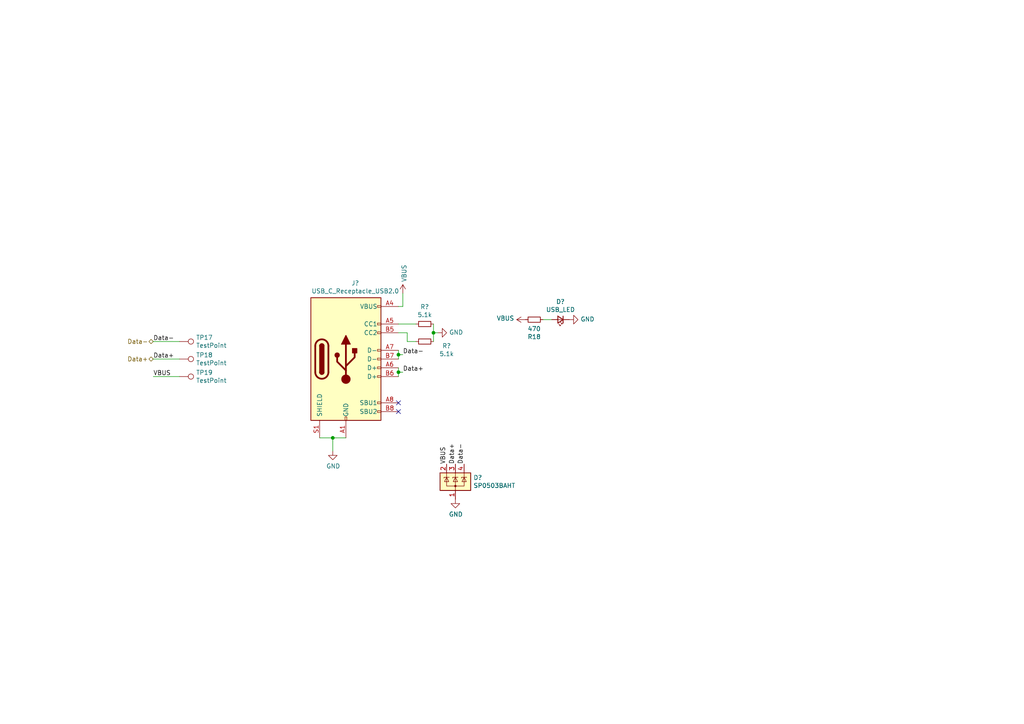
<source format=kicad_sch>
(kicad_sch (version 20211123) (generator eeschema)
  (paper "A4")
  (lib_symbols
    (symbol "Connector:TestPoint" (pin_numbers hide) (pin_names (offset 0.762) hide)
      (property "Reference" "TP" (at 0 6.858 0))
      (property "Value" "TestPoint" (at 0 5.08 0))
      (symbol "TestPoint_0_1"
        (circle (center 0 3.302) (radius 0.762))
      )
      (symbol "TestPoint_1_1"
        (pin passive line (at 0 0 90) (length 2.54) (name "1") (number "1"))
      )
    )
    (symbol "Connector:USB_C_Receptacle_USB2.0" (pin_names (offset 1.016))
      (property "Reference" "J" (at -10.16 19.05 0))
      (property "Value" "USB_C_Receptacle_USB2.0" (at 19.05 19.05 0))
      (symbol "USB_C_Receptacle_USB2.0_0_0"
        (rectangle (start -0.254 -17.78) (end 0.254 -16.764))
        (rectangle (start 10.16 -14.986) (end 9.144 -15.494))
        (rectangle (start 10.16 -12.446) (end 9.144 -12.954))
        (rectangle (start 10.16 -4.826) (end 9.144 -5.334))
        (rectangle (start 10.16 -2.286) (end 9.144 -2.794))
        (rectangle (start 10.16 0.254) (end 9.144 -0.254))
        (rectangle (start 10.16 2.794) (end 9.144 2.286))
        (rectangle (start 10.16 7.874) (end 9.144 7.366))
        (rectangle (start 10.16 10.414) (end 9.144 9.906))
        (rectangle (start 10.16 15.494) (end 9.144 14.986))
      )
      (symbol "USB_C_Receptacle_USB2.0_0_1"
        (rectangle (start -10.16 17.78) (end 10.16 -17.78) (stroke (width 0.254)) (fill (type background)))
        (arc (start -8.89 -3.81) (mid -6.985 -5.715) (end -5.08 -3.81) (stroke (width 0.508)))
        (arc (start -7.62 -3.81) (mid -6.985 -4.445) (end -6.35 -3.81) (stroke (width 0.254)))
        (arc (start -7.62 -3.81) (mid -6.985 -4.445) (end -6.35 -3.81) (stroke (width 0.254)) (fill (type outline)))
        (rectangle (start -7.62 -3.81) (end -6.35 3.81) (stroke (width 0.254)) (fill (type outline)))
        (arc (start -6.35 3.81) (mid -6.985 4.445) (end -7.62 3.81) (stroke (width 0.254)))
        (arc (start -6.35 3.81) (mid -6.985 4.445) (end -7.62 3.81) (stroke (width 0.254)) (fill (type outline)))
        (arc (start -5.08 3.81) (mid -6.985 5.715) (end -8.89 3.81) (stroke (width 0.508)))
        (circle (center -2.54 1.143) (radius 0.635) (stroke (width 0.254)) (fill (type outline)))
        (circle (center 0 -5.842) (radius 1.27) (fill (type outline)))
        (polyline (pts (xy -8.89 -3.81) (xy -8.89 3.81)) (stroke (width 0.508)))
        (polyline (pts (xy -5.08 3.81) (xy -5.08 -3.81)) (stroke (width 0.508)))
        (polyline (pts (xy 0 -5.842) (xy 0 4.318)) (stroke (width 0.508)))
        (polyline (pts (xy 0 -3.302) (xy -2.54 -0.762) (xy -2.54 0.508)) (stroke (width 0.508)))
        (polyline (pts (xy 0 -2.032) (xy 2.54 0.508) (xy 2.54 1.778)) (stroke (width 0.508)))
        (polyline (pts (xy -1.27 4.318) (xy 0 6.858) (xy 1.27 4.318) (xy -1.27 4.318)) (stroke (width 0.254)) (fill (type outline)))
        (rectangle (start 1.905 1.778) (end 3.175 3.048) (stroke (width 0.254)) (fill (type outline)))
      )
      (symbol "USB_C_Receptacle_USB2.0_1_1"
        (pin passive line (at 0 -22.86 90) (length 5.08) (name "GND") (number "A1"))
        (pin passive line (at 0 -22.86 90) (length 5.08) hide (name "GND") (number "A12"))
        (pin passive line (at 15.24 15.24 180) (length 5.08) (name "VBUS") (number "A4"))
        (pin bidirectional line (at 15.24 10.16 180) (length 5.08) (name "CC1") (number "A5"))
        (pin bidirectional line (at 15.24 -2.54 180) (length 5.08) (name "D+") (number "A6"))
        (pin bidirectional line (at 15.24 2.54 180) (length 5.08) (name "D-") (number "A7"))
        (pin bidirectional line (at 15.24 -12.7 180) (length 5.08) (name "SBU1") (number "A8"))
        (pin passive line (at 15.24 15.24 180) (length 5.08) hide (name "VBUS") (number "A9"))
        (pin passive line (at 0 -22.86 90) (length 5.08) hide (name "GND") (number "B1"))
        (pin passive line (at 0 -22.86 90) (length 5.08) hide (name "GND") (number "B12"))
        (pin passive line (at 15.24 15.24 180) (length 5.08) hide (name "VBUS") (number "B4"))
        (pin bidirectional line (at 15.24 7.62 180) (length 5.08) (name "CC2") (number "B5"))
        (pin bidirectional line (at 15.24 -5.08 180) (length 5.08) (name "D+") (number "B6"))
        (pin bidirectional line (at 15.24 0 180) (length 5.08) (name "D-") (number "B7"))
        (pin bidirectional line (at 15.24 -15.24 180) (length 5.08) (name "SBU2") (number "B8"))
        (pin passive line (at 15.24 15.24 180) (length 5.08) hide (name "VBUS") (number "B9"))
        (pin passive line (at -7.62 -22.86 90) (length 5.08) (name "SHIELD") (number "S1"))
      )
    )
    (symbol "Device:LED_Small" (pin_numbers hide) (pin_names (offset 0.254) hide)
      (property "Reference" "D" (at -1.27 3.175 0))
      (property "Value" "LED_Small" (at -4.445 -2.54 0))
      (symbol "LED_Small_0_1"
        (polyline (pts (xy -0.762 -1.016) (xy -0.762 1.016)) (stroke (width 0.254)))
        (polyline (pts (xy 1.016 0) (xy -0.762 0)))
        (polyline (pts (xy 0.762 -1.016) (xy -0.762 0) (xy 0.762 1.016) (xy 0.762 -1.016)) (stroke (width 0.254)))
        (polyline (pts (xy 0 0.762) (xy -0.508 1.27) (xy -0.254 1.27) (xy -0.508 1.27) (xy -0.508 1.016)))
        (polyline (pts (xy 0.508 1.27) (xy 0 1.778) (xy 0.254 1.778) (xy 0 1.778) (xy 0 1.524)))
      )
      (symbol "LED_Small_1_1"
        (pin passive line (at -2.54 0 0) (length 1.778) (name "K") (number "1"))
        (pin passive line (at 2.54 0 180) (length 1.778) (name "A") (number "2"))
      )
    )
    (symbol "Device:R_Small" (pin_numbers hide) (pin_names (offset 0.254) hide)
      (property "Reference" "R" (at 0.762 0.508 0))
      (property "Value" "R_Small" (at 0.762 -1.016 0))
      (symbol "R_Small_0_1"
        (rectangle (start -0.762 1.778) (end 0.762 -1.778) (stroke (width 0.2032)))
      )
      (symbol "R_Small_1_1"
        (pin passive line (at 0 2.54 270) (length 0.762) (name "~") (number "1"))
        (pin passive line (at 0 -2.54 90) (length 0.762) (name "~") (number "2"))
      )
    )
    (symbol "Power_Protection:SP0503BAHT" (pin_names hide)
      (property "Reference" "D" (at 5.715 2.54 0))
      (property "Value" "SP0503BAHT" (at 5.715 0.635 0))
      (symbol "SP0503BAHT_0_0"
        (pin passive line (at 0 -5.08 90) (length 2.54) (name "A") (number "1"))
      )
      (symbol "SP0503BAHT_0_1"
        (rectangle (start -4.445 2.54) (end 4.445 -2.54) (stroke (width 0.254)) (fill (type background)))
        (circle (center 0 -1.27) (radius 0.254) (fill (type outline)))
        (polyline (pts (xy -2.54 2.54) (xy -2.54 1.27)))
        (polyline (pts (xy 0 -1.27) (xy 0 -2.54)))
        (polyline (pts (xy 0 -1.27) (xy 0 1.27)))
        (polyline (pts (xy 0 2.54) (xy 0 1.27)))
        (polyline (pts (xy 0.635 1.27) (xy 0.762 1.27)))
        (polyline (pts (xy 2.54 2.54) (xy 2.54 1.27)))
        (polyline (pts (xy 0.635 1.27) (xy -0.762 1.27) (xy -0.762 1.016)))
        (polyline (pts (xy -3.302 1.016) (xy -3.302 1.27) (xy -1.905 1.27) (xy -1.778 1.27)))
        (polyline (pts (xy -2.54 1.27) (xy -2.54 -1.27) (xy 2.54 -1.27) (xy 2.54 1.27)))
        (polyline (pts (xy -2.54 1.27) (xy -1.905 0) (xy -3.175 0) (xy -2.54 1.27)))
        (polyline (pts (xy 0.635 0) (xy -0.635 0) (xy 0 1.27) (xy 0.635 0)))
        (polyline (pts (xy 1.778 1.016) (xy 1.778 1.27) (xy 3.175 1.27) (xy 3.302 1.27)))
        (polyline (pts (xy 2.54 1.27) (xy 1.905 0) (xy 3.175 0) (xy 2.54 1.27)))
      )
      (symbol "SP0503BAHT_1_1"
        (pin passive line (at -2.54 5.08 270) (length 2.54) (name "K") (number "2"))
        (pin passive line (at 0 5.08 270) (length 2.54) (name "K") (number "3"))
        (pin passive line (at 2.54 5.08 270) (length 2.54) (name "K") (number "4"))
      )
    )
    (symbol "power:GND" (power) (pin_names (offset 0))
      (property "Value" "GND" (at 0 -3.81 0))
      (symbol "GND_0_1"
        (polyline (pts (xy 0 0) (xy 0 -1.27) (xy 1.27 -1.27) (xy 0 -2.54) (xy -1.27 -1.27) (xy 0 -1.27)))
      )
      (symbol "GND_1_1"
        (pin power_in line (at 0 0 270) (length 0) hide (name "GND") (number "1"))
      )
    )
    (symbol "power:VBUS" (power) (pin_names (offset 0))
      (property "Value" "VBUS" (at 0 3.81 0))
      (symbol "VBUS_0_1"
        (polyline (pts (xy -0.762 1.27) (xy 0 2.54)))
        (polyline (pts (xy 0 0) (xy 0 2.54)))
        (polyline (pts (xy 0 2.54) (xy 0.762 1.27)))
      )
      (symbol "VBUS_1_1"
        (pin power_in line (at 0 0 90) (length 0) hide (name "VBUS") (number "1"))
      )
    )
  )
  (junction (at 115.57 107.95))
  (junction (at 125.73 96.52))
  (junction (at 96.52 127))
  (junction (at 115.57 102.87))
  (no_connect (at 115.57 119.38))
  (no_connect (at 115.57 116.84))
  (wire (pts (xy 115.57 96.52) (xy 118.11 96.52)))
  (wire (pts (xy 44.45 109.22) (xy 52.07 109.22)))
  (wire (pts (xy 44.45 104.14) (xy 52.07 104.14)))
  (wire (pts (xy 96.52 127) (xy 96.52 130.81)))
  (wire (pts (xy 115.57 107.95) (xy 115.57 109.22)))
  (wire (pts (xy 118.11 96.52) (xy 118.11 99.06)))
  (wire (pts (xy 160.02 92.71) (xy 157.48 92.71)))
  (wire (pts (xy 115.57 102.87) (xy 115.57 101.6)))
  (wire (pts (xy 115.57 102.87) (xy 116.84 102.87)))
  (wire (pts (xy 116.84 85.09) (xy 116.84 88.9)))
  (wire (pts (xy 125.73 93.98) (xy 125.73 96.52)))
  (wire (pts (xy 92.71 127) (xy 96.52 127)))
  (wire (pts (xy 115.57 93.98) (xy 120.65 93.98)))
  (wire (pts (xy 125.73 99.06) (xy 125.73 96.52)))
  (wire (pts (xy 96.52 127) (xy 100.33 127)))
  (wire (pts (xy 125.73 96.52) (xy 127 96.52)))
  (wire (pts (xy 115.57 106.68) (xy 115.57 107.95)))
  (wire (pts (xy 115.57 104.14) (xy 115.57 102.87)))
  (wire (pts (xy 115.57 107.95) (xy 116.84 107.95)))
  (wire (pts (xy 116.84 88.9) (xy 115.57 88.9)))
  (wire (pts (xy 118.11 99.06) (xy 120.65 99.06)))
  (wire (pts (xy 44.45 99.06) (xy 52.07 99.06)))
  (label "Data+" (at 132.08 134.62 90))
  (label "VBUS" (at 129.54 134.62 90))
  (label "Data+" (at 44.45 104.14 0))
  (label "Data-" (at 44.45 99.06 0))
  (label "Data-" (at 134.62 134.62 90))
  (label "Data-" (at 116.84 102.87 0))
  (label "VBUS" (at 44.45 109.22 0))
  (label "Data+" (at 116.84 107.95 0))
  (hierarchical_label "Data-" (shape bidirectional) (at 44.45 99.06 180))
  (hierarchical_label "Data+" (shape bidirectional) (at 44.45 104.14 180))
  (symbol (lib_id "power:GND") (at 127 96.52 90) (unit 1)
    (property "Reference" "#PWR?" (effects hide))
    (property "Value" "GND" (at 130.2512 96.393 90) (effects (justify right)))
  )
  (symbol (lib_id "Device:R_Small") (at 123.19 99.06 270) (unit 1)
    (property "Reference" "R?" (at 129.54 100.33 90))
    (property "Value" "5.1k" (at 129.54 102.6414 90))
    (property "Footprint" "Resistor_SMD:R_0603_1608Metric" (effects hide))
  )
  (symbol (lib_id "Device:R_Small") (at 123.19 93.98 90) (unit 1)
    (property "Reference" "R?" (at 123.19 89.0016 90))
    (property "Value" "5.1k" (at 123.19 91.313 90))
    (property "Footprint" "Resistor_SMD:R_0603_1608Metric" (effects hide))
  )
  (symbol (lib_id "power:GND") (at 96.52 130.81 0) (unit 1)
    (property "Reference" "#PWR?" (effects hide))
    (property "Value" "GND" (at 96.647 135.2042 0))
  )
  (symbol (lib_id "Connector:USB_C_Receptacle_USB2.0") (at 100.33 104.14 0) (unit 1)
    (property "Reference" "J?" (at 103.0478 82.1182 0))
    (property "Value" "USB_C_Receptacle_USB2.0" (at 103.0478 84.4296 0))
    (property "Footprint" "Connector_USB:USB_C_Receptacle_GCT_USB4085" (effects hide))
    (property "Datasheet" "https://www.usb.org/sites/default/files/documents/usb_type-c.zip" (effects hide))
  )
  (symbol (lib_id "power:GND") (at 132.08 144.78 0) (unit 1)
    (property "Reference" "#PWR?" (effects hide))
    (property "Value" "GND" (at 132.207 149.1742 0))
  )
  (symbol (lib_id "Power_Protection:SP0503BAHT") (at 132.08 139.7 0) (unit 1)
    (property "Reference" "D?" (at 137.287 138.5316 0) (effects (justify left)))
    (property "Value" "SP0503BAHT" (at 137.287 140.843 0) (effects (justify left)))
    (property "Footprint" "Package_TO_SOT_SMD:SOT-143" (effects hide))
    (property "Datasheet" "http://www.littelfuse.com/~/media/files/littelfuse/technical%20resources/documents/data%20sheets/sp05xxba.pdf" (effects hide))
  )
  (symbol (lib_id "power:VBUS") (at 116.84 85.09 0) (unit 1)
    (property "Reference" "#PWR0124" (effects hide))
    (property "Value" "VBUS" (at 117.221 81.8388 90) (effects (justify left)))
  )
  (symbol (lib_id "Connector:TestPoint") (at 52.07 99.06 270) (unit 1)
    (property "Reference" "TP17" (at 56.8452 97.8916 90) (effects (justify left)))
    (property "Value" "TestPoint" (at 56.8452 100.203 90) (effects (justify left)))
    (property "Footprint" "TestPoint:TestPoint_THTPad_1.0x1.0mm_Drill0.5mm" (effects hide))
  )
  (symbol (lib_id "Connector:TestPoint") (at 52.07 104.14 270) (unit 1)
    (property "Reference" "TP18" (at 56.8452 102.9716 90) (effects (justify left)))
    (property "Value" "TestPoint" (at 56.8452 105.283 90) (effects (justify left)))
    (property "Footprint" "TestPoint:TestPoint_THTPad_1.0x1.0mm_Drill0.5mm" (effects hide))
  )
  (symbol (lib_id "Connector:TestPoint") (at 52.07 109.22 270) (unit 1)
    (property "Reference" "TP19" (at 56.8452 108.0516 90) (effects (justify left)))
    (property "Value" "TestPoint" (at 56.8452 110.363 90) (effects (justify left)))
    (property "Footprint" "TestPoint:TestPoint_THTPad_1.0x1.0mm_Drill0.5mm" (effects hide))
  )
  (symbol (lib_id "Device:LED_Small") (at 162.56 92.71 180) (unit 1)
    (property "Reference" "D?" (at 162.56 87.503 0))
    (property "Value" "USB_LED" (at 162.56 89.8144 0))
    (property "Footprint" "LED_SMD:LED_0603_1608Metric_Castellated" (effects hide))
  )
  (symbol (lib_id "Device:R_Small") (at 154.94 92.71 90) (unit 1)
    (property "Reference" "R18" (at 154.94 97.6884 90))
    (property "Value" "470" (at 154.94 95.377 90))
    (property "Footprint" "Resistor_SMD:R_0603_1608Metric" (effects hide))
  )
  (symbol (lib_id "power:GND") (at 165.1 92.71 90) (unit 1)
    (property "Reference" "#PWR?" (effects hide))
    (property "Value" "GND" (at 168.3512 92.583 90) (effects (justify right)))
  )
  (symbol (lib_id "power:VBUS") (at 152.4 92.71 90) (unit 1)
    (property "Reference" "#PWR0129" (effects hide))
    (property "Value" "VBUS" (at 149.1488 92.329 90) (effects (justify left)))
  )
)
</source>
